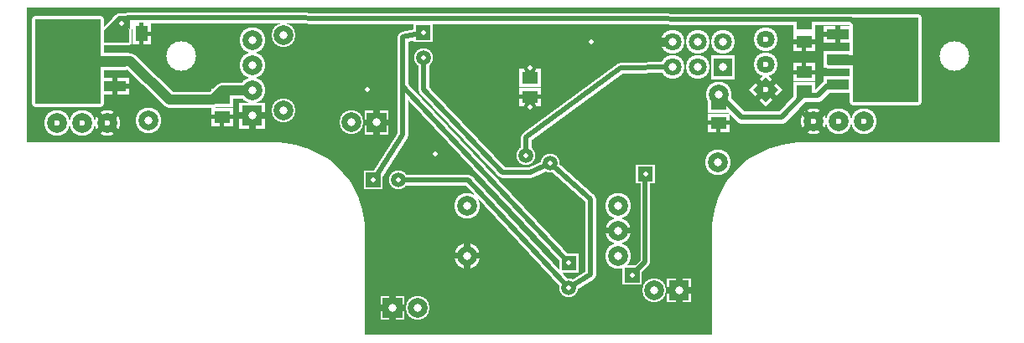
<source format=gbr>
%FSLAX34Y34*%
%MOMM*%
%LNCOPPER_BOTTOM*%
G71*
G01*
%ADD10C, 5.000*%
%ADD11C, 5.200*%
%ADD12C, 2.600*%
%ADD13C, 1.900*%
%ADD14C, 1.100*%
%ADD15C, 2.400*%
%ADD16C, 2.600*%
%ADD17C, 2.400*%
%ADD18C, 1.280*%
%ADD19C, 0.300*%
%ADD20R, 3.000X4.100*%
%ADD21R, 3.000X1.800*%
%ADD22C, 0.800*%
%ADD23R, 2.200X1.900*%
%ADD24C, 1.300*%
%ADD25R, 1.900X2.200*%
%ADD26C, 1.600*%
%ADD27C, 0.600*%
%ADD28C, 2.100*%
%ADD29C, 0.900*%
%ADD30C, 0.667*%
%ADD31C, 0.924*%
%ADD32C, 0.500*%
%ADD33C, 0.433*%
%ADD34C, 2.000*%
%ADD35C, 1.500*%
%ADD36C, 1.800*%
%ADD37C, 2.000*%
%ADD38C, 1.800*%
%ADD39R, 2.200X3.300*%
%ADD40R, 2.200X1.000*%
%ADD41C, 0.000*%
%ADD42R, 1.600X1.300*%
%ADD43R, 1.300X1.600*%
%ADD44C, 1.000*%
%ADD45C, 3.000*%
%LPD*%
G36*
X-792Y-396D02*
X-982792Y-396D01*
X-982792Y-331396D01*
X-792Y-331396D01*
X-792Y-396D01*
G37*
%LPC*%
X-46036Y-49608D02*
G54D10*
D03*
X-827085Y-49608D02*
G54D11*
D03*
G36*
X-742251Y-122535D02*
X-742251Y-96535D01*
X-768251Y-96535D01*
X-768251Y-122535D01*
X-742251Y-122535D01*
G37*
X-755252Y-84136D02*
G54D12*
D03*
X-755252Y-58736D02*
G54D12*
D03*
X-755252Y-33336D02*
G54D12*
D03*
X-385760Y-200421D02*
G54D12*
D03*
X-538160Y-200421D02*
G54D12*
D03*
X-385760Y-225821D02*
G54D12*
D03*
X-538161Y-251221D02*
G54D12*
D03*
X-385760Y-251221D02*
G54D12*
D03*
G36*
X-425872Y-249262D02*
X-444872Y-249262D01*
X-444872Y-268262D01*
X-425872Y-268262D01*
X-425872Y-249262D01*
G37*
X-435372Y-284163D02*
G54D13*
D03*
G36*
X-592099Y-34827D02*
X-573099Y-34827D01*
X-573099Y-15827D01*
X-592099Y-15827D01*
X-592099Y-34827D01*
G37*
X-582599Y-50727D02*
G54D13*
D03*
G54D14*
X-435372Y-284163D02*
X-413542Y-270270D01*
X-413542Y-193674D01*
X-454024Y-157955D01*
G54D14*
X-454024Y-157955D02*
X-475058Y-166686D01*
X-502839Y-166686D01*
X-581817Y-83342D01*
X-582214Y-51112D01*
X-582599Y-50727D01*
G54D14*
X-435372Y-258762D02*
X-603645Y-80167D01*
X-603645Y-30102D01*
X-582599Y-25327D01*
G36*
X-268046Y-48660D02*
X-292046Y-48660D01*
X-292046Y-72660D01*
X-268046Y-72660D01*
X-268046Y-48660D01*
G37*
X-280046Y-35260D02*
G54D15*
D03*
X-305446Y-60660D02*
G54D15*
D03*
X-305446Y-35260D02*
G54D15*
D03*
X-330846Y-60660D02*
G54D15*
D03*
X-330847Y-35260D02*
G54D15*
D03*
X-478630Y-150017D02*
G54D13*
D03*
X-137714Y-115489D02*
G54D16*
D03*
X-163114Y-115489D02*
G54D16*
D03*
X-188515Y-115489D02*
G54D16*
D03*
G36*
X-641518Y-104544D02*
X-641518Y-128544D01*
X-617518Y-128544D01*
X-617518Y-104544D01*
X-641518Y-104544D01*
G37*
X-654917Y-116545D02*
G54D15*
D03*
X-454024Y-157955D02*
G54D13*
D03*
G54D14*
X-146048Y-15874D02*
X-150019Y-11906D01*
X-881061Y-10715D01*
X-891381Y-21034D01*
X-891381Y-32544D01*
X-284161Y-88104D02*
G54D12*
D03*
G54D14*
X-330846Y-60660D02*
X-382984Y-60722D01*
X-478964Y-131807D01*
X-478629Y-150017D01*
G36*
X-219639Y-82910D02*
X-236610Y-65939D01*
X-253580Y-82910D01*
X-236610Y-99881D01*
X-219639Y-82910D01*
G37*
X-236609Y-57509D02*
G54D17*
D03*
X-236609Y-32109D02*
G54D17*
D03*
X-723974Y-28042D02*
G54D15*
D03*
X-723973Y-104242D02*
G54D15*
D03*
G36*
X-623743Y-184280D02*
X-623743Y-165280D01*
X-642743Y-165280D01*
X-642743Y-184280D01*
X-623743Y-184280D01*
G37*
X-607842Y-174780D02*
G54D13*
D03*
G54D14*
X-607842Y-174780D02*
X-537596Y-174792D01*
X-435769Y-283766D01*
X-435372Y-284163D01*
G54D14*
X-603645Y-80167D02*
X-603645Y-128585D01*
X-633411Y-175020D01*
X-412748Y-34526D02*
G54D18*
D03*
X-638967Y-83342D02*
G54D18*
D03*
X-570704Y-148032D02*
G54D18*
D03*
X-474661Y-101201D02*
G54D18*
D03*
G36*
X-986630Y-138112D02*
X-986631Y-331391D01*
X-642938Y-331788D01*
X-642938Y-219869D01*
X-645319Y-205184D01*
X-649684Y-191294D01*
X-656828Y-178197D01*
X-669925Y-162719D01*
X-679450Y-154384D01*
X-698103Y-144859D01*
X-711994Y-140891D01*
X-727869Y-138112D01*
X-986630Y-138112D01*
G37*
G54D19*
X-986630Y-138112D02*
X-986631Y-331391D01*
X-642938Y-331788D01*
X-642938Y-219869D01*
X-645319Y-205184D01*
X-649684Y-191294D01*
X-656828Y-178197D01*
X-669925Y-162719D01*
X-679450Y-154384D01*
X-698103Y-144859D01*
X-711994Y-140891D01*
X-727869Y-138112D01*
X-986630Y-138112D01*
G36*
X397Y-138112D02*
X397Y-332184D01*
X-289322Y-331788D01*
X-289322Y-219869D01*
X-286941Y-205184D01*
X-282575Y-191294D01*
X-275431Y-178197D01*
X-262334Y-162719D01*
X-252809Y-154384D01*
X-234156Y-144859D01*
X-220266Y-140891D01*
X-204391Y-138112D01*
X397Y-138112D01*
G37*
G54D19*
X397Y-138112D02*
X397Y-332184D01*
X-289322Y-331788D01*
X-289322Y-219869D01*
X-286941Y-205184D01*
X-282575Y-191294D01*
X-275431Y-178197D01*
X-262334Y-162719D01*
X-252809Y-154384D01*
X-234156Y-144859D01*
X-220266Y-140891D01*
X-204391Y-138112D01*
X397Y-138112D01*
X-106527Y-52779D02*
G54D20*
D03*
X-163677Y-52779D02*
G54D21*
D03*
X-163677Y-78179D02*
G54D21*
D03*
X-163678Y-27379D02*
G54D21*
D03*
G36*
X-174393Y-48017D02*
X-148993Y-48017D01*
X-148993Y-10314D01*
X-83509Y-10314D01*
X-83509Y-95245D01*
X-148993Y-95245D01*
X-148993Y-57542D01*
X-174393Y-57542D01*
X-174393Y-48017D01*
G37*
G54D22*
X-174393Y-48017D02*
X-148993Y-48017D01*
X-148993Y-10314D01*
X-83509Y-10314D01*
X-83509Y-95245D01*
X-148993Y-95245D01*
X-148993Y-57542D01*
X-174393Y-57542D01*
X-174393Y-48017D01*
X-284536Y-97655D02*
G54D23*
D03*
X-284536Y-116655D02*
G54D23*
D03*
X-198017Y-15900D02*
G54D23*
D03*
X-198017Y-34899D02*
G54D23*
D03*
G54D24*
X-163116Y-78581D02*
X-173831Y-78581D01*
X-184547Y-89297D01*
X-199231Y-89297D01*
X-221059Y-111125D01*
X-261144Y-111125D01*
X-284162Y-88106D01*
X-198017Y-84508D02*
G54D23*
D03*
X-198017Y-65508D02*
G54D23*
D03*
X-785787Y-91701D02*
G54D23*
D03*
X-785787Y-110701D02*
G54D23*
D03*
X-885873Y-26691D02*
G54D25*
D03*
X-866874Y-26691D02*
G54D25*
D03*
X-951158Y-54293D02*
G54D20*
D03*
X-894008Y-54293D02*
G54D21*
D03*
X-894008Y-28893D02*
G54D21*
D03*
X-894008Y-79693D02*
G54D21*
D03*
G36*
X-883292Y-59055D02*
X-908692Y-59055D01*
X-908692Y-96758D01*
X-974177Y-96758D01*
X-974177Y-11827D01*
X-908692Y-11827D01*
X-908692Y-49530D01*
X-883292Y-49530D01*
X-883292Y-59055D01*
G37*
G54D22*
X-883292Y-59055D02*
X-908692Y-59055D01*
X-908692Y-96758D01*
X-974177Y-96758D01*
X-974177Y-11827D01*
X-908692Y-11827D01*
X-908692Y-49530D01*
X-883292Y-49530D01*
X-883292Y-59055D01*
G54D26*
X-893366Y-54372D02*
X-878284Y-54372D01*
X-838994Y-93662D01*
X-794941Y-93662D01*
X-785416Y-84138D01*
X-755650Y-84138D01*
G36*
X-879872Y-34528D02*
X-879475Y-8334D01*
X-890588Y-8334D01*
X-904875Y-24209D01*
X-904875Y-34528D01*
X-904478Y-34925D01*
X-879872Y-34528D01*
G37*
G54D27*
X-879872Y-34528D02*
X-879475Y-8334D01*
X-890588Y-8334D01*
X-904875Y-24209D01*
X-904875Y-34528D01*
X-904478Y-34925D01*
X-879872Y-34528D01*
X-952500Y-116681D02*
G54D16*
D03*
X-927100Y-116681D02*
G54D16*
D03*
X-901700Y-116681D02*
G54D16*
D03*
X-887014Y-15873D02*
G54D28*
D03*
X-859630Y-114298D02*
G54D12*
D03*
G36*
X-601492Y-316244D02*
X-601492Y-292244D01*
X-625492Y-292244D01*
X-625492Y-316244D01*
X-601492Y-316244D01*
G37*
X-588092Y-304244D02*
G54D15*
D03*
G36*
X-336321Y-274406D02*
X-336321Y-298406D01*
X-312321Y-298406D01*
X-312321Y-274406D01*
X-336321Y-274406D01*
G37*
X-349720Y-286407D02*
G54D15*
D03*
G36*
X-348708Y-177930D02*
X-348708Y-158930D01*
X-367708Y-158930D01*
X-367708Y-177930D01*
X-348708Y-177930D01*
G37*
G36*
X-362202Y-280324D02*
X-362202Y-261324D01*
X-381202Y-261324D01*
X-381202Y-280324D01*
X-362202Y-280324D01*
G37*
G54D29*
X-358378Y-168275D02*
X-358378Y-257572D01*
X-372269Y-271462D01*
X-285352Y-157160D02*
G54D12*
D03*
X-474661Y-61117D02*
G54D18*
D03*
X-475036Y-71462D02*
G54D23*
D03*
X-475036Y-90461D02*
G54D23*
D03*
%LPD*%
G54D30*
G36*
X-755251Y-112869D02*
X-741751Y-112869D01*
X-741751Y-106202D01*
X-755251Y-106202D01*
X-755251Y-112869D01*
G37*
G36*
X-755251Y-106202D02*
X-768751Y-106202D01*
X-768751Y-112869D01*
X-755251Y-112869D01*
X-755251Y-106202D01*
G37*
G36*
X-758585Y-109535D02*
X-758585Y-123035D01*
X-751918Y-123035D01*
X-751918Y-109535D01*
X-758585Y-109535D01*
G37*
G54D30*
G36*
X-385760Y-222488D02*
X-399260Y-222488D01*
X-399260Y-229154D01*
X-385760Y-229154D01*
X-385760Y-222488D01*
G37*
G36*
X-385760Y-229154D02*
X-372260Y-229154D01*
X-372260Y-222488D01*
X-385760Y-222488D01*
X-385760Y-229154D01*
G37*
G54D30*
G36*
X-538161Y-247888D02*
X-551661Y-247888D01*
X-551661Y-254554D01*
X-538161Y-254554D01*
X-538161Y-247888D01*
G37*
G36*
X-541494Y-251221D02*
X-541494Y-264721D01*
X-534827Y-264721D01*
X-534827Y-251221D01*
X-541494Y-251221D01*
G37*
G36*
X-538161Y-254554D02*
X-524661Y-254554D01*
X-524661Y-247888D01*
X-538161Y-247888D01*
X-538161Y-254554D01*
G37*
G36*
X-534827Y-251221D02*
X-534827Y-237721D01*
X-541494Y-237721D01*
X-541494Y-251221D01*
X-534827Y-251221D01*
G37*
G54D31*
G36*
X-330847Y-30640D02*
X-343347Y-30640D01*
X-343347Y-39880D01*
X-330847Y-39880D01*
X-330847Y-30640D01*
G37*
G54D30*
G36*
X-186158Y-113132D02*
X-195703Y-103586D01*
X-200418Y-108300D01*
X-190872Y-117846D01*
X-186158Y-113132D01*
G37*
G36*
X-190872Y-113132D02*
X-200418Y-122678D01*
X-195703Y-127392D01*
X-186158Y-117846D01*
X-190872Y-113132D01*
G37*
G36*
X-190872Y-117846D02*
X-181326Y-127392D01*
X-176612Y-122678D01*
X-186158Y-113132D01*
X-190872Y-117846D01*
G37*
G36*
X-186158Y-117846D02*
X-176612Y-108300D01*
X-181326Y-103586D01*
X-190872Y-113132D01*
X-186158Y-117846D01*
G37*
G54D30*
G36*
X-629518Y-113211D02*
X-642018Y-113211D01*
X-642018Y-119878D01*
X-629518Y-119878D01*
X-629518Y-113211D01*
G37*
G36*
X-632851Y-116544D02*
X-632851Y-129044D01*
X-626184Y-129044D01*
X-626184Y-116544D01*
X-632851Y-116544D01*
G37*
G36*
X-629518Y-119878D02*
X-617018Y-119878D01*
X-617018Y-113211D01*
X-629518Y-113211D01*
X-629518Y-119878D01*
G37*
G36*
X-626184Y-116544D02*
X-626184Y-104044D01*
X-632851Y-104044D01*
X-632851Y-116544D01*
X-626184Y-116544D01*
G37*
G54D27*
G36*
X-234488Y-85031D02*
X-225649Y-76192D01*
X-229892Y-71950D01*
X-238731Y-80789D01*
X-234488Y-85031D01*
G37*
G36*
X-234488Y-80789D02*
X-243327Y-71950D01*
X-247570Y-76192D01*
X-238731Y-85031D01*
X-234488Y-80789D01*
G37*
G36*
X-238731Y-80789D02*
X-247570Y-89628D01*
X-243327Y-93870D01*
X-234488Y-85031D01*
X-238731Y-80789D01*
G37*
G36*
X-238731Y-85031D02*
X-229892Y-93870D01*
X-225649Y-89628D01*
X-234488Y-80789D01*
X-238731Y-85031D01*
G37*
G54D32*
G36*
X-163678Y-24879D02*
X-179178Y-24879D01*
X-179178Y-29879D01*
X-163678Y-29879D01*
X-163678Y-24879D01*
G37*
G36*
X-166178Y-27379D02*
X-166178Y-36879D01*
X-161178Y-36879D01*
X-161178Y-27379D01*
X-166178Y-27379D01*
G37*
G36*
X-161178Y-27379D02*
X-161177Y-17879D01*
X-166177Y-17879D01*
X-166178Y-27379D01*
X-161178Y-27379D01*
G37*
G54D33*
G36*
X-284536Y-114488D02*
X-296036Y-114488D01*
X-296036Y-118821D01*
X-284536Y-118821D01*
X-284536Y-114488D01*
G37*
G36*
X-286703Y-116655D02*
X-286702Y-126655D01*
X-282369Y-126655D01*
X-282370Y-116655D01*
X-286703Y-116655D01*
G37*
G36*
X-284536Y-118821D02*
X-273036Y-118821D01*
X-273036Y-114488D01*
X-284536Y-114488D01*
X-284536Y-118821D01*
G37*
G54D33*
G36*
X-198017Y-32732D02*
X-209517Y-32733D01*
X-209517Y-37066D01*
X-198017Y-37066D01*
X-198017Y-32732D01*
G37*
G36*
X-200183Y-34899D02*
X-200183Y-44899D01*
X-195850Y-44899D01*
X-195850Y-34899D01*
X-200183Y-34899D01*
G37*
G36*
X-198017Y-37066D02*
X-186517Y-37065D01*
X-186517Y-32732D01*
X-198017Y-32732D01*
X-198017Y-37066D01*
G37*
G54D33*
G36*
X-198017Y-67675D02*
X-186517Y-67674D01*
X-186517Y-63342D01*
X-198017Y-63342D01*
X-198017Y-67675D01*
G37*
G36*
X-195850Y-65508D02*
X-195851Y-55508D01*
X-200184Y-55508D01*
X-200183Y-65508D01*
X-195850Y-65508D01*
G37*
G36*
X-198017Y-63342D02*
X-209517Y-63342D01*
X-209517Y-67675D01*
X-198017Y-67675D01*
X-198017Y-63342D01*
G37*
G54D33*
G36*
X-785787Y-108534D02*
X-797287Y-108534D01*
X-797287Y-112867D01*
X-785787Y-112868D01*
X-785787Y-108534D01*
G37*
G36*
X-787953Y-110701D02*
X-787953Y-120701D01*
X-783620Y-120701D01*
X-783620Y-110701D01*
X-787953Y-110701D01*
G37*
G36*
X-785787Y-112868D02*
X-774287Y-112868D01*
X-774287Y-108535D01*
X-785787Y-108534D01*
X-785787Y-112868D01*
G37*
G54D33*
G36*
X-869040Y-26691D02*
X-869040Y-38191D01*
X-864707Y-38191D01*
X-864707Y-26691D01*
X-869040Y-26691D01*
G37*
G36*
X-866874Y-28858D02*
X-856874Y-28858D01*
X-856874Y-24524D01*
X-866874Y-24525D01*
X-866874Y-28858D01*
G37*
G36*
X-864707Y-26691D02*
X-864708Y-15191D01*
X-869041Y-15191D01*
X-869040Y-26691D01*
X-864707Y-26691D01*
G37*
G54D32*
G36*
X-894008Y-82193D02*
X-878508Y-82194D01*
X-878508Y-77194D01*
X-894008Y-77193D01*
X-894008Y-82193D01*
G37*
G36*
X-891508Y-79693D02*
X-891508Y-70193D01*
X-896508Y-70193D01*
X-896508Y-79693D01*
X-891508Y-79693D01*
G37*
G36*
X-896508Y-79693D02*
X-896508Y-89193D01*
X-891508Y-89193D01*
X-891508Y-79693D01*
X-896508Y-79693D01*
G37*
G54D30*
G36*
X-904057Y-114324D02*
X-913602Y-123870D01*
X-908888Y-128584D01*
X-899343Y-119038D01*
X-904057Y-114324D01*
G37*
G36*
X-904057Y-119038D02*
X-894511Y-128584D01*
X-889797Y-123870D01*
X-899343Y-114324D01*
X-904057Y-119038D01*
G37*
G36*
X-899343Y-119038D02*
X-889797Y-109492D01*
X-894511Y-104778D01*
X-904057Y-114324D01*
X-899343Y-119038D01*
G37*
G36*
X-899343Y-114324D02*
X-908888Y-104778D01*
X-913602Y-109492D01*
X-904057Y-119038D01*
X-899343Y-114324D01*
G37*
G54D30*
G36*
X-613492Y-307577D02*
X-600992Y-307577D01*
X-600992Y-300910D01*
X-613492Y-300910D01*
X-613492Y-307577D01*
G37*
G36*
X-610158Y-304244D02*
X-610158Y-291744D01*
X-616825Y-291744D01*
X-616825Y-304244D01*
X-610158Y-304244D01*
G37*
G36*
X-613492Y-300910D02*
X-625992Y-300910D01*
X-625992Y-307577D01*
X-613492Y-307577D01*
X-613492Y-300910D01*
G37*
G36*
X-616825Y-304244D02*
X-616825Y-316744D01*
X-610158Y-316744D01*
X-610158Y-304244D01*
X-616825Y-304244D01*
G37*
G54D30*
G36*
X-324321Y-283073D02*
X-336821Y-283073D01*
X-336821Y-289740D01*
X-324321Y-289740D01*
X-324321Y-283073D01*
G37*
G36*
X-327654Y-286406D02*
X-327654Y-298906D01*
X-320987Y-298906D01*
X-320987Y-286406D01*
X-327654Y-286406D01*
G37*
G36*
X-324321Y-289740D02*
X-311821Y-289740D01*
X-311821Y-283073D01*
X-324321Y-283073D01*
X-324321Y-289740D01*
G37*
G36*
X-320987Y-286406D02*
X-320987Y-273906D01*
X-327654Y-273906D01*
X-327654Y-286406D01*
X-320987Y-286406D01*
G37*
G54D33*
G36*
X-475036Y-88294D02*
X-486536Y-88295D01*
X-486536Y-92628D01*
X-475036Y-92627D01*
X-475036Y-88294D01*
G37*
G36*
X-477203Y-90461D02*
X-477202Y-100461D01*
X-472869Y-100461D01*
X-472870Y-90461D01*
X-477203Y-90461D01*
G37*
G36*
X-475036Y-92627D02*
X-463536Y-92627D01*
X-463536Y-88294D01*
X-475036Y-88294D01*
X-475036Y-92627D01*
G37*
X-46036Y-49608D02*
G54D10*
D03*
X-827085Y-49608D02*
G54D11*
D03*
G36*
X-745251Y-119535D02*
X-745251Y-99535D01*
X-765251Y-99535D01*
X-765251Y-119535D01*
X-745251Y-119535D01*
G37*
X-755252Y-84136D02*
G54D34*
D03*
X-755252Y-58736D02*
G54D34*
D03*
X-755252Y-33336D02*
G54D34*
D03*
X-385760Y-200421D02*
G54D34*
D03*
X-538160Y-200421D02*
G54D34*
D03*
X-385760Y-225821D02*
G54D34*
D03*
X-538161Y-251221D02*
G54D34*
D03*
X-385760Y-251221D02*
G54D34*
D03*
G36*
X-427872Y-251262D02*
X-442872Y-251262D01*
X-442872Y-266262D01*
X-427872Y-266262D01*
X-427872Y-251262D01*
G37*
X-435372Y-284163D02*
G54D35*
D03*
G36*
X-590099Y-32827D02*
X-575099Y-32827D01*
X-575099Y-17827D01*
X-590099Y-17827D01*
X-590099Y-32827D01*
G37*
X-582599Y-50727D02*
G54D35*
D03*
G54D32*
X-435372Y-284163D02*
X-413542Y-270270D01*
X-413542Y-193674D01*
X-454024Y-157955D01*
G54D32*
X-454024Y-157955D02*
X-475058Y-166686D01*
X-502839Y-166686D01*
X-581817Y-83342D01*
X-582214Y-51112D01*
X-582599Y-50727D01*
G54D32*
X-435372Y-258762D02*
X-603645Y-80167D01*
X-603645Y-30102D01*
X-582599Y-25327D01*
G36*
X-271046Y-51660D02*
X-289046Y-51660D01*
X-289046Y-69660D01*
X-271046Y-69660D01*
X-271046Y-51660D01*
G37*
X-280046Y-35260D02*
G54D36*
D03*
X-305446Y-60660D02*
G54D36*
D03*
X-305446Y-35260D02*
G54D36*
D03*
X-330846Y-60660D02*
G54D36*
D03*
X-330847Y-35260D02*
G54D36*
D03*
X-478630Y-150017D02*
G54D35*
D03*
X-137714Y-115489D02*
G54D37*
D03*
X-163114Y-115489D02*
G54D37*
D03*
X-188515Y-115489D02*
G54D37*
D03*
G36*
X-639518Y-106544D02*
X-639518Y-126544D01*
X-619518Y-126544D01*
X-619518Y-106544D01*
X-639518Y-106544D01*
G37*
X-654917Y-116545D02*
G54D34*
D03*
X-454024Y-157955D02*
G54D35*
D03*
G54D32*
X-146048Y-15874D02*
X-150019Y-11906D01*
X-881061Y-10715D01*
X-891381Y-21034D01*
X-891381Y-32544D01*
X-284161Y-88104D02*
G54D34*
D03*
G54D32*
X-330846Y-60660D02*
X-382984Y-60722D01*
X-478964Y-131807D01*
X-478629Y-150017D01*
G36*
X-223882Y-82910D02*
X-236610Y-70182D01*
X-249338Y-82910D01*
X-236610Y-95638D01*
X-223882Y-82910D01*
G37*
X-236609Y-57509D02*
G54D38*
D03*
X-236609Y-32109D02*
G54D38*
D03*
X-723974Y-28042D02*
G54D34*
D03*
X-723973Y-104242D02*
G54D34*
D03*
G36*
X-625743Y-182280D02*
X-625743Y-167280D01*
X-640743Y-167280D01*
X-640743Y-182280D01*
X-625743Y-182280D01*
G37*
X-607842Y-174780D02*
G54D35*
D03*
G54D32*
X-607842Y-174780D02*
X-537596Y-174792D01*
X-435769Y-283766D01*
X-435372Y-284163D01*
G54D32*
X-603645Y-80167D02*
X-603645Y-128585D01*
X-633411Y-175020D01*
X-412748Y-34526D02*
G54D18*
D03*
X-638967Y-83342D02*
G54D18*
D03*
X-570704Y-148032D02*
G54D18*
D03*
X-474661Y-101201D02*
G54D18*
D03*
X-106527Y-52779D02*
G54D39*
D03*
X-163677Y-52779D02*
G54D40*
D03*
X-163677Y-78179D02*
G54D40*
D03*
X-163678Y-27379D02*
G54D40*
D03*
G36*
X-174393Y-48017D02*
X-148993Y-48017D01*
X-148993Y-10314D01*
X-83509Y-10314D01*
X-83509Y-95245D01*
X-148993Y-95245D01*
X-148993Y-57542D01*
X-174393Y-57542D01*
X-174393Y-48017D01*
G37*
G54D41*
X-174393Y-48017D02*
X-148993Y-48017D01*
X-148993Y-10314D01*
X-83509Y-10314D01*
X-83509Y-95245D01*
X-148993Y-95245D01*
X-148993Y-57542D01*
X-174393Y-57542D01*
X-174393Y-48017D01*
X-284536Y-97655D02*
G54D42*
D03*
X-284536Y-116655D02*
G54D42*
D03*
X-198017Y-15900D02*
G54D42*
D03*
X-198017Y-34899D02*
G54D42*
D03*
G54D32*
X-163116Y-78581D02*
X-173831Y-78581D01*
X-184547Y-89297D01*
X-199231Y-89297D01*
X-221059Y-111125D01*
X-261144Y-111125D01*
X-284162Y-88106D01*
X-198017Y-84508D02*
G54D42*
D03*
X-198017Y-65508D02*
G54D42*
D03*
X-785787Y-91701D02*
G54D42*
D03*
X-785787Y-110701D02*
G54D42*
D03*
X-885873Y-26691D02*
G54D43*
D03*
X-866874Y-26691D02*
G54D43*
D03*
X-951158Y-54293D02*
G54D39*
D03*
X-894008Y-54293D02*
G54D40*
D03*
X-894008Y-28893D02*
G54D40*
D03*
X-894008Y-79693D02*
G54D40*
D03*
G36*
X-883292Y-59055D02*
X-908692Y-59055D01*
X-908692Y-96758D01*
X-974177Y-96758D01*
X-974177Y-11827D01*
X-908692Y-11827D01*
X-908692Y-49530D01*
X-883292Y-49530D01*
X-883292Y-59055D01*
G37*
G54D41*
X-883292Y-59055D02*
X-908692Y-59055D01*
X-908692Y-96758D01*
X-974177Y-96758D01*
X-974177Y-11827D01*
X-908692Y-11827D01*
X-908692Y-49530D01*
X-883292Y-49530D01*
X-883292Y-59055D01*
G54D44*
X-893366Y-54372D02*
X-878284Y-54372D01*
X-838994Y-93662D01*
X-794941Y-93662D01*
X-785416Y-84138D01*
X-755650Y-84138D01*
G36*
X-879872Y-34528D02*
X-879475Y-8334D01*
X-890588Y-8334D01*
X-904875Y-24209D01*
X-904875Y-34528D01*
X-904478Y-34925D01*
X-879872Y-34528D01*
G37*
G54D41*
X-879872Y-34528D02*
X-879475Y-8334D01*
X-890588Y-8334D01*
X-904875Y-24209D01*
X-904875Y-34528D01*
X-904478Y-34925D01*
X-879872Y-34528D01*
X-952500Y-116681D02*
G54D37*
D03*
X-927100Y-116681D02*
G54D37*
D03*
X-901700Y-116681D02*
G54D37*
D03*
X-887014Y-15873D02*
G54D35*
D03*
X-859630Y-114298D02*
G54D34*
D03*
G36*
X-603492Y-314244D02*
X-603492Y-294244D01*
X-623492Y-294244D01*
X-623492Y-314244D01*
X-603492Y-314244D01*
G37*
X-588092Y-304244D02*
G54D34*
D03*
G36*
X-334321Y-276406D02*
X-334321Y-296406D01*
X-314321Y-296406D01*
X-314321Y-276406D01*
X-334321Y-276406D01*
G37*
X-349720Y-286407D02*
G54D34*
D03*
G36*
X-350708Y-175930D02*
X-350708Y-160930D01*
X-365708Y-160930D01*
X-365708Y-175930D01*
X-350708Y-175930D01*
G37*
G36*
X-364202Y-278324D02*
X-364202Y-263324D01*
X-379202Y-263324D01*
X-379202Y-278324D01*
X-364202Y-278324D01*
G37*
G54D32*
X-358378Y-168275D02*
X-358378Y-257572D01*
X-372269Y-271462D01*
X-285352Y-157160D02*
G54D34*
D03*
X-474661Y-61117D02*
G54D18*
D03*
X-475036Y-71462D02*
G54D42*
D03*
X-475036Y-90461D02*
G54D42*
D03*
%LNAUGENFREISTANZEN*%
%LPC*%
X-46036Y-49608D02*
G54D45*
D03*
X-827085Y-49608D02*
G54D45*
D03*
X-755251Y-109535D02*
G54D22*
D03*
X-755252Y-84136D02*
G54D22*
D03*
X-755252Y-58736D02*
G54D22*
D03*
X-755252Y-33336D02*
G54D22*
D03*
X-385760Y-200421D02*
G54D22*
D03*
X-538160Y-200421D02*
G54D22*
D03*
X-385760Y-225821D02*
G54D22*
D03*
X-538161Y-251221D02*
G54D22*
D03*
X-385760Y-251221D02*
G54D22*
D03*
X-435372Y-258762D02*
G54D32*
D03*
X-435372Y-284163D02*
G54D32*
D03*
X-582599Y-25327D02*
G54D32*
D03*
X-582599Y-50727D02*
G54D32*
D03*
X-280046Y-60660D02*
G54D22*
D03*
X-280046Y-35260D02*
G54D22*
D03*
X-305446Y-60660D02*
G54D22*
D03*
X-305446Y-35260D02*
G54D22*
D03*
X-330846Y-60660D02*
G54D22*
D03*
X-330847Y-35260D02*
G54D22*
D03*
X-478630Y-150017D02*
G54D32*
D03*
X-137714Y-115489D02*
G54D27*
D03*
X-163114Y-115489D02*
G54D27*
D03*
X-188515Y-115489D02*
G54D27*
D03*
X-629518Y-116544D02*
G54D22*
D03*
X-654917Y-116545D02*
G54D22*
D03*
X-454024Y-157955D02*
G54D32*
D03*
X-284161Y-88104D02*
G54D22*
D03*
X-236610Y-82910D02*
G54D27*
D03*
X-236609Y-57509D02*
G54D27*
D03*
X-236609Y-32109D02*
G54D27*
D03*
X-723974Y-28042D02*
G54D22*
D03*
X-723973Y-104242D02*
G54D22*
D03*
X-633243Y-174780D02*
G54D32*
D03*
X-607842Y-174780D02*
G54D32*
D03*
X-412748Y-34526D02*
G54D32*
D03*
X-638967Y-83342D02*
G54D32*
D03*
X-570704Y-148032D02*
G54D32*
D03*
X-474661Y-101201D02*
G54D32*
D03*
X-952500Y-116681D02*
G54D27*
D03*
X-927100Y-116681D02*
G54D27*
D03*
X-901700Y-116681D02*
G54D27*
D03*
X-887014Y-15873D02*
G54D32*
D03*
X-859630Y-114298D02*
G54D22*
D03*
X-613492Y-304244D02*
G54D22*
D03*
X-588092Y-304244D02*
G54D22*
D03*
X-324321Y-286406D02*
G54D22*
D03*
X-349720Y-286407D02*
G54D22*
D03*
X-358208Y-168430D02*
G54D32*
D03*
X-371702Y-270824D02*
G54D32*
D03*
X-285352Y-157160D02*
G54D22*
D03*
X-474661Y-61117D02*
G54D32*
D03*
M02*

</source>
